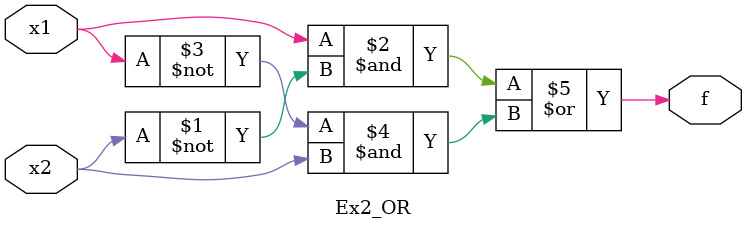
<source format=v>
module Ex2_OR(x1, x2, f);
  input x1, x2;
  output f;
  assign f = (x1 & ~x2)|(~x1 & x2);
endmodule

</source>
